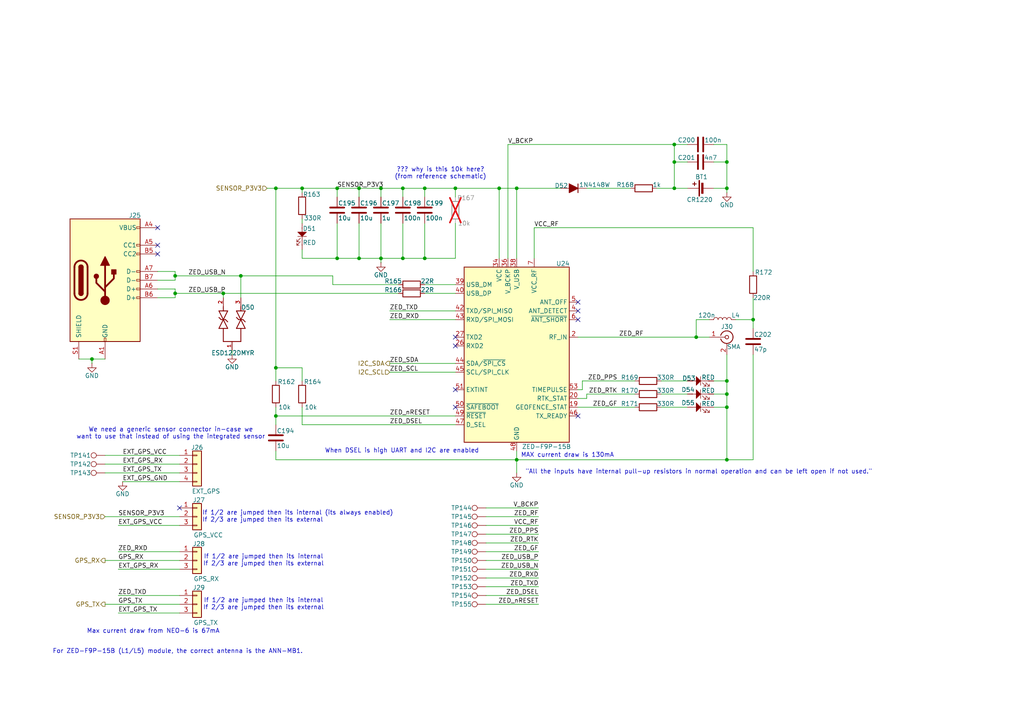
<source format=kicad_sch>
(kicad_sch (version 20250114) (generator "eeschema") (generator_version "9.0")
  (paper "A4")
  (lib_symbols
    (symbol "Connector:Conn_Coaxial" (pin_names (offset 1.016) (hide yes))
      (property "Reference" "J" (at 0.254 3.048 0))
      (property "Value" "Conn_Coaxial" (at 2.921 0 90))
      (symbol "Conn_Coaxial_0_1"
        (polyline (pts (xy -2.54 0) (xy -0.508 0)))
        (arc (start 1.778 0) (mid 0.222 -1.8079) (end -1.778 -0.508) (stroke (width 0.254)))
        (arc (start -1.778 0.508) (mid 0.2221 1.8084) (end 1.778 0) (stroke (width 0.254)))
        (circle (center 0 0) (radius 0.508) (stroke (width 0.2032)))
        (polyline (pts (xy 0 -2.54) (xy 0 -1.778)))
      )
      (symbol "Conn_Coaxial_1_1"
        (pin passive line (at -5.08 0 0) (length 2.54) (name "In") (number "1"))
        (pin passive line (at 0 -5.08 90) (length 2.54) (name "Ext") (number "2"))
      )
    )
    (symbol "Connector:TestPoint" (pin_numbers (hide yes)) (pin_names (offset 0.762) (hide yes))
      (property "Reference" "TP" (at 0 6.858 0))
      (property "Value" "TestPoint" (at 0 5.08 0))
      (symbol "TestPoint_0_1"
        (circle (center 0 3.302) (radius 0.762))
      )
      (symbol "TestPoint_1_1"
        (pin passive line (at 0 0 90) (length 2.54) (name "1") (number "1"))
      )
    )
    (symbol "Connector:USB_C_Receptacle_USB2.0_14P" (pin_names (offset 1.016))
      (property "Reference" "J" (at 0 22.225 0))
      (property "Value" "USB_C_Receptacle_USB2.0_14P" (at 0 19.685 0))
      (symbol "USB_C_Receptacle_USB2.0_14P_0_0"
        (rectangle (start -0.254 -17.78) (end 0.254 -16.764))
        (rectangle (start 10.16 15.494) (end 9.144 14.986))
        (rectangle (start 10.16 10.414) (end 9.144 9.906))
        (rectangle (start 10.16 7.874) (end 9.144 7.366))
        (rectangle (start 10.16 2.794) (end 9.144 2.286))
        (rectangle (start 10.16 0.254) (end 9.144 -0.254))
        (rectangle (start 10.16 -2.286) (end 9.144 -2.794))
        (rectangle (start 10.16 -4.826) (end 9.144 -5.334))
      )
      (symbol "USB_C_Receptacle_USB2.0_14P_0_1"
        (rectangle (start -10.16 17.78) (end 10.16 -17.78) (stroke (width 0.254)) (fill (type background)))
        (polyline (pts (xy -8.89 -3.81) (xy -8.89 3.81)) (stroke (width 0.508)))
        (rectangle (start -7.62 -3.81) (end -6.35 3.81) (stroke (width 0.254)) (fill (type outline)))
        (arc (start -7.62 3.81) (mid -6.985 4.4423) (end -6.35 3.81) (stroke (width 0.254)))
        (arc (start -7.62 3.81) (mid -6.985 4.4423) (end -6.35 3.81) (stroke (width 0.254)) (fill (type outline)))
        (arc (start -8.89 3.81) (mid -6.985 5.7067) (end -5.08 3.81) (stroke (width 0.508)))
        (arc (start -5.08 -3.81) (mid -6.985 -5.7067) (end -8.89 -3.81) (stroke (width 0.508)))
        (arc (start -6.35 -3.81) (mid -6.985 -4.4423) (end -7.62 -3.81) (stroke (width 0.254)))
        (arc (start -6.35 -3.81) (mid -6.985 -4.4423) (end -7.62 -3.81) (stroke (width 0.254)) (fill (type outline)))
        (polyline (pts (xy -5.08 3.81) (xy -5.08 -3.81)) (stroke (width 0.508)))
        (circle (center -2.54 1.143) (radius 0.635) (stroke (width 0.254)) (fill (type outline)))
        (polyline (pts (xy -1.27 4.318) (xy 0 6.858) (xy 1.27 4.318) (xy -1.27 4.318)) (stroke (width 0.254)) (fill (type outline)))
        (polyline (pts (xy 0 -2.032) (xy 2.54 0.508) (xy 2.54 1.778)) (stroke (width 0.508)))
        (polyline (pts (xy 0 -3.302) (xy -2.54 -0.762) (xy -2.54 0.508)) (stroke (width 0.508)))
        (polyline (pts (xy 0 -5.842) (xy 0 4.318)) (stroke (width 0.508)))
        (circle (center 0 -5.842) (radius 1.27) (fill (type outline)))
        (rectangle (start 1.905 1.778) (end 3.175 3.048) (stroke (width 0.254)) (fill (type outline)))
      )
      (symbol "USB_C_Receptacle_USB2.0_14P_1_1"
        (pin passive line (at -7.62 -22.86 90) (length 5.08) (name "SHIELD") (number "S1"))
        (pin passive line (at 0 -22.86 90) (length 5.08) (name "GND") (number "A1"))
        (pin passive line (at 0 -22.86 90) (length 5.08) (hide yes) (name "GND") (number "A12"))
        (pin passive line (at 0 -22.86 90) (length 5.08) (hide yes) (name "GND") (number "B1"))
        (pin passive line (at 0 -22.86 90) (length 5.08) (hide yes) (name "GND") (number "B12"))
        (pin passive line (at 15.24 15.24 180) (length 5.08) (name "VBUS") (number "A4"))
        (pin passive line (at 15.24 15.24 180) (length 5.08) (hide yes) (name "VBUS") (number "A9"))
        (pin passive line (at 15.24 15.24 180) (length 5.08) (hide yes) (name "VBUS") (number "B4"))
        (pin passive line (at 15.24 15.24 180) (length 5.08) (hide yes) (name "VBUS") (number "B9"))
        (pin bidirectional line (at 15.24 10.16 180) (length 5.08) (name "CC1") (number "A5"))
        (pin bidirectional line (at 15.24 7.62 180) (length 5.08) (name "CC2") (number "B5"))
        (pin bidirectional line (at 15.24 2.54 180) (length 5.08) (name "D-") (number "A7"))
        (pin bidirectional line (at 15.24 0 180) (length 5.08) (name "D-") (number "B7"))
        (pin bidirectional line (at 15.24 -2.54 180) (length 5.08) (name "D+") (number "A6"))
        (pin bidirectional line (at 15.24 -5.08 180) (length 5.08) (name "D+") (number "B6"))
      )
    )
    (symbol "Connector_Generic:Conn_01x03" (pin_names (offset 1.016) (hide yes))
      (property "Reference" "J" (at 0 5.08 0))
      (property "Value" "Conn_01x03" (at 0 -5.08 0))
      (symbol "Conn_01x03_1_1"
        (rectangle (start -1.27 3.81) (end 1.27 -3.81) (stroke (width 0.254)) (fill (type background)))
        (rectangle (start -1.27 2.667) (end 0 2.413) (stroke (width 0.1524)))
        (rectangle (start -1.27 0.127) (end 0 -0.127) (stroke (width 0.1524)))
        (rectangle (start -1.27 -2.413) (end 0 -2.667) (stroke (width 0.1524)))
        (pin passive line (at -5.08 2.54 0) (length 3.81) (name "Pin_1") (number "1"))
        (pin passive line (at -5.08 0 0) (length 3.81) (name "Pin_2") (number "2"))
        (pin passive line (at -5.08 -2.54 0) (length 3.81) (name "Pin_3") (number "3"))
      )
    )
    (symbol "Connector_Generic:Conn_01x04" (pin_names (offset 1.016) (hide yes))
      (property "Reference" "J" (at 0 5.08 0))
      (property "Value" "Conn_01x04" (at 0 -7.62 0))
      (symbol "Conn_01x04_1_1"
        (rectangle (start -1.27 3.81) (end 1.27 -6.35) (stroke (width 0.254)) (fill (type background)))
        (rectangle (start -1.27 2.667) (end 0 2.413) (stroke (width 0.1524)))
        (rectangle (start -1.27 0.127) (end 0 -0.127) (stroke (width 0.1524)))
        (rectangle (start -1.27 -2.413) (end 0 -2.667) (stroke (width 0.1524)))
        (rectangle (start -1.27 -4.953) (end 0 -5.207) (stroke (width 0.1524)))
        (pin passive line (at -5.08 2.54 0) (length 3.81) (name "Pin_1") (number "1"))
        (pin passive line (at -5.08 0 0) (length 3.81) (name "Pin_2") (number "2"))
        (pin passive line (at -5.08 -2.54 0) (length 3.81) (name "Pin_3") (number "3"))
        (pin passive line (at -5.08 -5.08 0) (length 3.81) (name "Pin_4") (number "4"))
      )
    )
    (symbol "Device:Battery_Cell" (pin_numbers (hide yes)) (pin_names (offset 0) (hide yes))
      (property "Reference" "BT" (at 2.54 2.54 0))
      (property "Value" "Battery_Cell" (at 2.54 0 0))
      (symbol "Battery_Cell_0_1"
        (rectangle (start -2.286 1.778) (end 2.286 1.524) (fill (type outline)))
        (rectangle (start -1.524 1.016) (end 1.524 0.508) (fill (type outline)))
        (polyline (pts (xy 0 1.778) (xy 0 2.54)))
        (polyline (pts (xy 0 0.762) (xy 0 0)))
        (polyline (pts (xy 0.762 3.048) (xy 1.778 3.048)) (stroke (width 0.254)))
        (polyline (pts (xy 1.27 3.556) (xy 1.27 2.54)) (stroke (width 0.254)))
      )
      (symbol "Battery_Cell_1_1"
        (pin passive line (at 0 5.08 270) (length 2.54) (name "+") (number "1"))
        (pin passive line (at 0 -2.54 90) (length 2.54) (name "-") (number "2"))
      )
    )
    (symbol "Device:C" (pin_numbers (hide yes)) (pin_names (offset 0.254))
      (property "Reference" "C" (at 0.635 2.54 0))
      (property "Value" "C" (at 0.635 -2.54 0))
      (symbol "C_0_1"
        (polyline (pts (xy -2.032 0.762) (xy 2.032 0.762)) (stroke (width 0.508)))
        (polyline (pts (xy -2.032 -0.762) (xy 2.032 -0.762)) (stroke (width 0.508)))
      )
      (symbol "C_1_1"
        (pin passive line (at 0 3.81 270) (length 2.794) (name "~") (number "1"))
        (pin passive line (at 0 -3.81 90) (length 2.794) (name "~") (number "2"))
      )
    )
    (symbol "Device:L" (pin_numbers (hide yes)) (pin_names (offset 1.016) (hide yes))
      (property "Reference" "L" (at -1.27 0 90))
      (property "Value" "L" (at 1.905 0 90))
      (symbol "L_0_1"
        (arc (start 0 2.54) (mid 0.6323 1.905) (end 0 1.27))
        (arc (start 0 1.27) (mid 0.6323 0.635) (end 0 0))
        (arc (start 0 0) (mid 0.6323 -0.635) (end 0 -1.27))
        (arc (start 0 -1.27) (mid 0.6323 -1.905) (end 0 -2.54))
      )
      (symbol "L_1_1"
        (pin passive line (at 0 3.81 270) (length 1.27) (name "1") (number "1"))
        (pin passive line (at 0 -3.81 90) (length 1.27) (name "2") (number "2"))
      )
    )
    (symbol "Device:R" (pin_numbers (hide yes)) (pin_names (offset 0))
      (property "Reference" "R" (at 2.032 0 90))
      (property "Value" "R" (at 0 0 90))
      (symbol "R_0_1"
        (rectangle (start -1.016 -2.54) (end 1.016 2.54) (stroke (width 0.254)))
      )
      (symbol "R_1_1"
        (pin passive line (at 0 3.81 270) (length 1.27) (name "~") (number "1"))
        (pin passive line (at 0 -3.81 90) (length 1.27) (name "~") (number "2"))
      )
    )
    (symbol "ESD122:ESD122DMYR" (pin_names (offset 1.016))
      (property "Reference" "D" (at -7.62 5.08 0))
      (property "Value" "ESD122DMYR" (at -7.62 -7.62 0))
      (symbol "ESD122DMYR_0_0"
        (polyline (pts (xy -5.08 2.54) (xy -3.81 2.54)) (stroke (width 0.254)))
        (polyline (pts (xy -5.08 -2.54) (xy -3.81 -2.54)) (stroke (width 0.254)))
        (polyline (pts (xy -3.81 3.81) (xy -3.81 2.54)) (stroke (width 0.254)))
        (polyline (pts (xy -3.81 2.54) (xy -3.81 1.27)) (stroke (width 0.254)))
        (polyline (pts (xy -3.81 1.27) (xy -1.27 2.54)) (stroke (width 0.254)))
        (polyline (pts (xy -3.81 -1.27) (xy -3.81 -2.54)) (stroke (width 0.254)))
        (polyline (pts (xy -3.81 -2.54) (xy -3.81 -3.81)) (stroke (width 0.254)))
        (polyline (pts (xy -3.81 -3.81) (xy -1.27 -2.54)) (stroke (width 0.254)))
        (polyline (pts (xy -1.27 3.175) (xy -1.905 3.81)) (stroke (width 0.254)))
        (polyline (pts (xy -1.27 2.54) (xy -3.81 3.81)) (stroke (width 0.254)))
        (polyline (pts (xy -1.27 2.54) (xy -1.27 3.175)) (stroke (width 0.254)))
        (polyline (pts (xy -1.27 2.54) (xy 1.27 1.27)) (stroke (width 0.254)))
        (polyline (pts (xy -1.27 1.905) (xy -1.27 2.54)) (stroke (width 0.254)))
        (polyline (pts (xy -1.27 -1.905) (xy -1.905 -1.27)) (stroke (width 0.254)))
        (polyline (pts (xy -1.27 -2.54) (xy -3.81 -1.27)) (stroke (width 0.254)))
        (polyline (pts (xy -1.27 -2.54) (xy -1.27 -1.905)) (stroke (width 0.254)))
        (polyline (pts (xy -1.27 -2.54) (xy 1.27 -3.81)) (stroke (width 0.254)))
        (polyline (pts (xy -1.27 -3.175) (xy -1.27 -2.54)) (stroke (width 0.254)))
        (polyline (pts (xy -0.635 1.27) (xy -1.27 1.905)) (stroke (width 0.254)))
        (polyline (pts (xy -0.635 -3.81) (xy -1.27 -3.175)) (stroke (width 0.254)))
        (polyline (pts (xy 1.27 3.81) (xy -1.27 2.54)) (stroke (width 0.254)))
        (polyline (pts (xy 1.27 2.54) (xy 1.27 3.81)) (stroke (width 0.254)))
        (polyline (pts (xy 1.27 2.54) (xy 5.08 2.54)) (stroke (width 0.254)))
        (polyline (pts (xy 1.27 1.27) (xy 1.27 2.54)) (stroke (width 0.254)))
        (polyline (pts (xy 1.27 -1.27) (xy -1.27 -2.54)) (stroke (width 0.254)))
        (polyline (pts (xy 1.27 -2.54) (xy 1.27 -1.27)) (stroke (width 0.254)))
        (polyline (pts (xy 1.27 -3.81) (xy 1.27 -2.54)) (stroke (width 0.254)))
        (polyline (pts (xy 5.08 -2.54) (xy 1.27 -2.54)) (stroke (width 0.254)))
        (rectangle (start 5.08 -2.54) (end 5.08 2.54) (stroke (width 0.254)) (fill (type background)))
        (pin passive line (at -7.62 2.54 0) (length 2.54) (name "~") (number "2"))
        (pin passive line (at -7.62 -2.54 0) (length 2.54) (name "~") (number "3"))
        (pin power_in line (at 7.62 0 180) (length 2.54) (name "~") (number "1"))
      )
    )
    (symbol "PCM_Diode_AKL:1N4148W" (pin_numbers (hide yes)) (pin_names (offset 1.016) (hide yes))
      (property "Reference" "D" (at 0 5.08 0))
      (property "Value" "1N4148W" (at 0 2.54 0))
      (symbol "1N4148W_0_1"
        (polyline (pts (xy -1.27 1.27) (xy -1.27 -1.27) (xy 1.27 0) (xy -1.27 1.27)) (stroke (width 0.254)) (fill (type outline)))
        (polyline (pts (xy -1.27 0) (xy 1.27 0)))
        (polyline (pts (xy 1.27 1.27) (xy 1.27 -1.27)) (stroke (width 0.254)))
      )
      (symbol "1N4148W_0_2"
        (polyline (pts (xy -2.54 -2.54) (xy 2.54 2.54)))
        (polyline (pts (xy -0.889 -0.889) (xy -1.778 0) (xy 0.889 0.889) (xy 0 -1.778) (xy -0.889 -0.889)) (stroke (width 0.254)) (fill (type outline)))
        (polyline (pts (xy 0 1.778) (xy 1.778 0)) (stroke (width 0.254)))
      )
      (symbol "1N4148W_1_1"
        (pin passive line (at -3.81 0 0) (length 2.54) (name "A") (number "2"))
        (pin passive line (at 3.81 0 180) (length 2.54) (name "K") (number "1"))
      )
      (symbol "1N4148W_1_2"
        (pin passive line (at -2.54 -2.54 0) (length 0) (name "A") (number "2"))
        (pin passive line (at 2.54 2.54 180) (length 0) (name "K") (number "1"))
      )
    )
    (symbol "PCM_SL_Devices:LED"
      (property "Reference" "D" (at -0.508 5.334 0))
      (property "Value" "LED" (at -0.508 2.794 0))
      (symbol "LED_0_1"
        (polyline (pts (xy -1.27 0) (xy -2.54 0)))
        (polyline (pts (xy 0 1.27) (xy 0 -1.27)))
        (polyline (pts (xy 0 0) (xy -1.27 -1.27) (xy -1.27 1.27) (xy 0 0) (xy 1.27 0)) (fill (type outline)))
        (polyline (pts (xy 0.508 0.508) (xy 1.524 1.524)))
        (polyline (pts (xy 1.27 0) (xy 2.54 0)))
        (polyline (pts (xy 1.524 1.524) (xy 0.889 1.524)))
        (polyline (pts (xy 1.524 1.524) (xy 1.524 0.889)))
        (polyline (pts (xy 1.524 0.508) (xy 2.54 1.524)))
        (polyline (pts (xy 2.54 1.524) (xy 1.905 1.524)))
        (polyline (pts (xy 2.54 1.524) (xy 2.54 0.889)))
      )
      (symbol "LED_1_1"
        (pin passive line (at -3.81 0 0) (length 1.5) (name "") (number "2"))
        (pin passive line (at 3.81 0 180) (length 1.5) (name "~") (number "1"))
      )
    )
    (symbol "RF_GPS:ZED-F9P"
      (property "Reference" "U" (at -13.97 26.67 0))
      (property "Value" "ZED-F9P" (at 11.43 26.67 0))
      (symbol "ZED-F9P_0_1"
        (rectangle (start -15.24 25.4) (end 15.24 -25.4) (stroke (width 0.254)) (fill (type background)))
      )
      (symbol "ZED-F9P_1_1"
        (pin bidirectional line (at -17.78 20.32 0) (length 2.54) (name "USB_DM") (number "39"))
        (pin bidirectional line (at -17.78 17.78 0) (length 2.54) (name "USB_DP") (number "40"))
        (pin output line (at -17.78 12.7 0) (length 2.54) (name "TXD/SPI_MISO") (number "42"))
        (pin input line (at -17.78 10.16 0) (length 2.54) (name "RXD/SPI_MOSI") (number "43"))
        (pin output line (at -17.78 5.08 0) (length 2.54) (name "TXD2") (number "27"))
        (pin input line (at -17.78 2.54 0) (length 2.54) (name "RXD2") (number "26"))
        (pin bidirectional line (at -17.78 -2.54 0) (length 2.54) (name "SDA/~{SPI_CS}") (number "44"))
        (pin bidirectional line (at -17.78 -5.08 0) (length 2.54) (name "SCL/SPI_CLK") (number "45"))
        (pin input line (at -17.78 -10.16 0) (length 2.54) (name "EXTINT") (number "51"))
        (pin input line (at -17.78 -15.24 0) (length 2.54) (name "~{SAFEBOOT}") (number "50"))
        (pin input line (at -17.78 -17.78 0) (length 2.54) (name "~{RESET}") (number "49"))
        (pin input line (at -17.78 -20.32 0) (length 2.54) (name "D_SEL") (number "47"))
        (pin no_connect line (at -15.24 22.86 0) (length 2.54) (hide yes) (name "Reserved") (number "8"))
        (pin no_connect line (at -15.24 15.24 0) (length 2.54) (hide yes) (name "Reserved") (number "9"))
        (pin no_connect line (at -15.24 7.62 0) (length 2.54) (hide yes) (name "Reserved") (number "10"))
        (pin no_connect line (at -15.24 0 0) (length 2.54) (hide yes) (name "Reserved") (number "11"))
        (pin no_connect line (at -15.24 -7.62 0) (length 2.54) (hide yes) (name "Reserved") (number "13"))
        (pin no_connect line (at -15.24 -12.7 0) (length 2.54) (hide yes) (name "Reserved") (number "15"))
        (pin no_connect line (at -7.62 -25.4 90) (length 2.54) (hide yes) (name "Reserved") (number "16"))
        (pin passive line (at -5.08 27.94 270) (length 2.54) (hide yes) (name "VCC") (number "33"))
        (pin power_in line (at -5.08 27.94 270) (length 2.54) (name "VCC") (number "34"))
        (pin no_connect line (at -5.08 -25.4 90) (length 2.54) (hide yes) (name "Reserved") (number "17"))
        (pin power_in line (at -2.54 27.94 270) (length 2.54) (name "V_BCKP") (number "36"))
        (pin no_connect line (at -2.54 -25.4 90) (length 2.54) (hide yes) (name "Reserved") (number "18"))
        (pin power_in line (at 0 27.94 270) (length 2.54) (name "V_USB") (number "38"))
        (pin passive line (at 0 -27.94 90) (length 2.54) (hide yes) (name "GND") (number "1"))
        (pin passive line (at 0 -27.94 90) (length 2.54) (hide yes) (name "GND") (number "12"))
        (pin passive line (at 0 -27.94 90) (length 2.54) (hide yes) (name "GND") (number "14"))
        (pin passive line (at 0 -27.94 90) (length 2.54) (hide yes) (name "GND") (number "3"))
        (pin passive line (at 0 -27.94 90) (length 2.54) (hide yes) (name "GND") (number "32"))
        (pin passive line (at 0 -27.94 90) (length 2.54) (hide yes) (name "GND") (number "37"))
        (pin passive line (at 0 -27.94 90) (length 2.54) (hide yes) (name "GND") (number "41"))
        (pin power_in line (at 0 -27.94 90) (length 2.54) (name "GND") (number "48"))
        (pin passive line (at 0 -27.94 90) (length 2.54) (hide yes) (name "GND") (number "55"))
        (pin no_connect line (at 2.54 -25.4 90) (length 2.54) (hide yes) (name "Reserved") (number "21"))
        (pin power_out line (at 5.08 27.94 270) (length 2.54) (name "VCC_RF") (number "7"))
        (pin no_connect line (at 5.08 -25.4 90) (length 2.54) (hide yes) (name "Reserved") (number "22"))
        (pin no_connect line (at 7.62 -25.4 90) (length 2.54) (hide yes) (name "Reserved") (number "23"))
        (pin no_connect line (at 15.24 22.86 180) (length 2.54) (hide yes) (name "Reserved") (number "54"))
        (pin no_connect line (at 15.24 20.32 180) (length 2.54) (hide yes) (name "Reserved") (number "52"))
        (pin no_connect line (at 15.24 17.78 180) (length 2.54) (hide yes) (name "Reserved") (number "35"))
        (pin no_connect line (at 15.24 7.62 180) (length 2.54) (hide yes) (name "Reserved") (number "31"))
        (pin no_connect line (at 15.24 2.54 180) (length 2.54) (hide yes) (name "Reserved") (number "30"))
        (pin no_connect line (at 15.24 0 180) (length 2.54) (hide yes) (name "Reserved") (number "29"))
        (pin no_connect line (at 15.24 -2.54 180) (length 2.54) (hide yes) (name "Reserved") (number "28"))
        (pin no_connect line (at 15.24 -5.08 180) (length 2.54) (hide yes) (name "Reserved") (number "25"))
        (pin no_connect line (at 15.24 -7.62 180) (length 2.54) (hide yes) (name "Reserved") (number "24"))
        (pin output line (at 17.78 15.24 180) (length 2.54) (name "ANT_OFF") (number "5"))
        (pin input line (at 17.78 12.7 180) (length 2.54) (name "ANT_DETECT") (number "4"))
        (pin input line (at 17.78 10.16 180) (length 2.54) (name "~{ANT_SHORT}") (number "6"))
        (pin input line (at 17.78 5.08 180) (length 2.54) (name "RF_IN") (number "2"))
        (pin output line (at 17.78 -10.16 180) (length 2.54) (name "TIMEPULSE") (number "53"))
        (pin output line (at 17.78 -12.7 180) (length 2.54) (name "RTK_STAT") (number "20"))
        (pin output line (at 17.78 -15.24 180) (length 2.54) (name "GEOFENCE_STAT") (number "19"))
        (pin output line (at 17.78 -17.78 180) (length 2.54) (name "TX_READY") (number "46"))
      )
    )
    (symbol "power:GND" (power) (pin_numbers (hide yes)) (pin_names (offset 0) (hide yes))
      (property "Value" "GND" (at 0 -3.81 0))
      (symbol "GND_0_1"
        (polyline (pts (xy 0 0) (xy 0 -1.27) (xy 1.27 -1.27) (xy 0 -2.54) (xy -1.27 -1.27) (xy 0 -1.27)))
      )
      (symbol "GND_1_1"
        (pin power_in line (at 0 0 270) (length 0) (name "~") (number "1"))
      )
    )
  )
  (text "??? why is this 10k here?\n(from reference schematic)" (at 127.762 50.292 0) (effects (font (size 1.27 1.27))))
  (text "We need a generic sensor connector in-case we\nwant to use that instead of using the integrated sensor" (at 49.53 125.73 0) (effects (font (size 1.27 1.27))))
  (text "If 1/2 are jumped then its internal\nIf 2/3 are jumped then its external" (at 76.454 175.26 0) (effects (font (size 1.27 1.27))))
  (text "\"All the inputs have internal pull-up resistors in normal operation and can be left open if not used.\"" (at 202.692 136.906 0) (effects (font (size 1.27 1.27))))
  (text "For ZED-F9P-15B (L1/L5) module, the correct antenna is the ANN-MB1." (at 51.562 188.976 0) (effects (font (size 1.27 1.27))))
  (text "If 1/2 are jumped then its internal\nIf 2/3 are jumped then its external" (at 76.454 162.56 0) (effects (font (size 1.27 1.27))))
  (text "If 1/2 are jumped then its internal (its always enabled)\nIf 2/3 are jumped then its external" (at 58.674 149.86 0) (effects (font (size 1.27 1.27)) (justify left)))
  (text "When DSEL is high UART and I2C are enabled" (at 116.586 130.81 0) (effects (font (size 1.27 1.27))))
  (text "MAX current draw is 130mA" (at 164.592 132.08 0) (effects (font (size 1.27 1.27))))
  (text "Max current draw from NEO-6 is 67mA" (at 44.45 183.134 0) (effects (font (size 1.27 1.27))))
  (junction (at 149.86 54.61))
  (junction (at 123.19 54.61))
  (junction (at 195.58 46.99))
  (junction (at 64.77 85.09))
  (junction (at 123.19 74.93))
  (junction (at 80.01 120.65))
  (junction (at 195.58 54.61))
  (junction (at 50.8 80.01))
  (junction (at 210.82 133.35))
  (junction (at 87.63 54.61))
  (junction (at 210.82 114.3))
  (junction (at 104.14 74.93))
  (junction (at 149.86 133.35))
  (junction (at 69.85 80.01))
  (junction (at 210.82 118.11))
  (junction (at 201.93 97.79))
  (junction (at 144.78 54.61))
  (junction (at 104.14 54.61))
  (junction (at 80.01 54.61))
  (junction (at 97.79 74.93))
  (junction (at 210.82 46.99))
  (junction (at 116.84 74.93))
  (junction (at 97.79 54.61))
  (junction (at 195.58 41.91))
  (junction (at 110.49 74.93))
  (junction (at 210.82 110.49))
  (junction (at 218.44 92.71))
  (junction (at 132.08 54.61))
  (junction (at 116.84 54.61))
  (junction (at 110.49 54.61))
  (junction (at 50.8 85.09))
  (junction (at 80.01 106.68))
  (junction (at 210.82 54.61))
  (junction (at 26.67 104.14))
  (no_connect (at 52.07 147.32))
  (no_connect (at 167.64 120.65))
  (no_connect (at 45.72 71.12))
  (no_connect (at 167.64 92.71))
  (no_connect (at 45.72 73.66))
  (no_connect (at 167.64 87.63))
  (no_connect (at 132.08 97.79))
  (no_connect (at 45.72 66.04))
  (no_connect (at 132.08 100.33))
  (no_connect (at 167.64 90.17))
  (no_connect (at 132.08 113.03))
  (no_connect (at 132.08 118.11))
  (wire (pts (xy 87.63 54.61) (xy 97.79 54.61)))
  (wire (pts (xy 110.49 74.93) (xy 110.49 76.2)))
  (wire (pts (xy 140.97 157.48) (xy 156.21 157.48)))
  (wire (pts (xy 97.79 54.61) (xy 97.79 57.15)))
  (wire (pts (xy 168.91 110.49) (xy 184.15 110.49)))
  (wire (pts (xy 45.72 86.36) (xy 50.8 86.36)))
  (wire (pts (xy 195.58 54.61) (xy 199.39 54.61)))
  (wire (pts (xy 140.97 162.56) (xy 156.21 162.56)))
  (wire (pts (xy 132.08 54.61) (xy 144.78 54.61)))
  (wire (pts (xy 218.44 102.87) (xy 218.44 133.35)))
  (wire (pts (xy 64.77 85.09) (xy 64.77 86.36)))
  (wire (pts (xy 207.01 118.11) (xy 210.82 118.11)))
  (wire (pts (xy 80.01 120.65) (xy 132.08 120.65)))
  (wire (pts (xy 140.97 175.26) (xy 156.21 175.26)))
  (wire (pts (xy 34.29 165.1) (xy 52.07 165.1)))
  (wire (pts (xy 123.19 54.61) (xy 132.08 54.61)))
  (wire (pts (xy 201.93 97.79) (xy 205.74 97.79)))
  (wire (pts (xy 96.52 80.01) (xy 96.52 82.55)))
  (wire (pts (xy 218.44 86.36) (xy 218.44 92.71)))
  (wire (pts (xy 67.31 101.6) (xy 67.31 102.87)))
  (wire (pts (xy 168.91 110.49) (xy 168.91 113.03)))
  (wire (pts (xy 210.82 54.61) (xy 210.82 55.88)))
  (wire (pts (xy 87.63 72.39) (xy 87.63 74.93)))
  (wire (pts (xy 35.56 139.7) (xy 52.07 139.7)))
  (wire (pts (xy 132.08 107.95) (xy 113.03 107.95)))
  (wire (pts (xy 167.64 118.11) (xy 184.15 118.11)))
  (wire (pts (xy 115.57 82.55) (xy 96.52 82.55)))
  (wire (pts (xy 123.19 64.77) (xy 123.19 74.93)))
  (wire (pts (xy 218.44 66.04) (xy 218.44 78.74)))
  (wire (pts (xy 132.08 54.61) (xy 132.08 57.15)))
  (wire (pts (xy 80.01 106.68) (xy 87.63 106.68)))
  (wire (pts (xy 191.77 114.3) (xy 199.39 114.3)))
  (wire (pts (xy 123.19 54.61) (xy 123.19 57.15)))
  (wire (pts (xy 149.86 133.35) (xy 210.82 133.35)))
  (wire (pts (xy 50.8 85.09) (xy 64.77 85.09)))
  (wire (pts (xy 80.01 130.81) (xy 80.01 133.35)))
  (wire (pts (xy 132.08 105.41) (xy 113.03 105.41)))
  (wire (pts (xy 140.97 172.72) (xy 156.21 172.72)))
  (wire (pts (xy 213.36 92.71) (xy 218.44 92.71)))
  (wire (pts (xy 110.49 74.93) (xy 116.84 74.93)))
  (wire (pts (xy 207.01 110.49) (xy 210.82 110.49)))
  (wire (pts (xy 80.01 54.61) (xy 87.63 54.61)))
  (wire (pts (xy 210.82 102.87) (xy 210.82 110.49)))
  (wire (pts (xy 30.48 134.62) (xy 52.07 134.62)))
  (wire (pts (xy 69.85 80.01) (xy 69.85 86.36)))
  (wire (pts (xy 97.79 64.77) (xy 97.79 74.93)))
  (wire (pts (xy 144.78 54.61) (xy 149.86 54.61)))
  (wire (pts (xy 97.79 54.61) (xy 104.14 54.61)))
  (wire (pts (xy 170.18 115.57) (xy 167.64 115.57)))
  (wire (pts (xy 149.86 54.61) (xy 162.56 54.61)))
  (wire (pts (xy 45.72 78.74) (xy 50.8 78.74)))
  (wire (pts (xy 207.01 114.3) (xy 210.82 114.3)))
  (wire (pts (xy 195.58 46.99) (xy 199.39 46.99)))
  (wire (pts (xy 195.58 46.99) (xy 195.58 54.61)))
  (wire (pts (xy 123.19 74.93) (xy 132.08 74.93)))
  (wire (pts (xy 34.29 152.4) (xy 52.07 152.4)))
  (wire (pts (xy 123.19 82.55) (xy 132.08 82.55)))
  (wire (pts (xy 104.14 54.61) (xy 104.14 57.15)))
  (wire (pts (xy 149.86 133.35) (xy 149.86 137.16)))
  (wire (pts (xy 50.8 83.82) (xy 50.8 85.09)))
  (wire (pts (xy 50.8 80.01) (xy 69.85 80.01)))
  (wire (pts (xy 30.48 175.26) (xy 52.07 175.26)))
  (wire (pts (xy 69.85 80.01) (xy 96.52 80.01)))
  (wire (pts (xy 140.97 165.1) (xy 156.21 165.1)))
  (wire (pts (xy 80.01 106.68) (xy 80.01 110.49)))
  (wire (pts (xy 104.14 54.61) (xy 110.49 54.61)))
  (wire (pts (xy 191.77 110.49) (xy 199.39 110.49)))
  (wire (pts (xy 104.14 64.77) (xy 104.14 74.93)))
  (wire (pts (xy 140.97 149.86) (xy 156.21 149.86)))
  (wire (pts (xy 34.29 160.02) (xy 52.07 160.02)))
  (wire (pts (xy 80.01 118.11) (xy 80.01 120.65)))
  (wire (pts (xy 87.63 106.68) (xy 87.63 110.49)))
  (wire (pts (xy 190.5 54.61) (xy 195.58 54.61)))
  (wire (pts (xy 154.94 66.04) (xy 218.44 66.04)))
  (wire (pts (xy 140.97 167.64) (xy 156.21 167.64)))
  (wire (pts (xy 50.8 80.01) (xy 50.8 81.28)))
  (wire (pts (xy 50.8 85.09) (xy 50.8 86.36)))
  (wire (pts (xy 207.01 46.99) (xy 210.82 46.99)))
  (wire (pts (xy 132.08 90.17) (xy 113.03 90.17)))
  (wire (pts (xy 30.48 149.86) (xy 52.07 149.86)))
  (wire (pts (xy 210.82 133.35) (xy 218.44 133.35)))
  (wire (pts (xy 201.93 92.71) (xy 205.74 92.71)))
  (wire (pts (xy 80.01 54.61) (xy 80.01 106.68)))
  (wire (pts (xy 149.86 54.61) (xy 149.86 74.93)))
  (wire (pts (xy 26.67 104.14) (xy 26.67 105.41)))
  (wire (pts (xy 45.72 81.28) (xy 50.8 81.28)))
  (wire (pts (xy 64.77 85.09) (xy 115.57 85.09)))
  (wire (pts (xy 80.01 120.65) (xy 80.01 123.19)))
  (wire (pts (xy 207.01 41.91) (xy 210.82 41.91)))
  (wire (pts (xy 147.32 41.91) (xy 147.32 74.93)))
  (wire (pts (xy 30.48 162.56) (xy 52.07 162.56)))
  (wire (pts (xy 140.97 160.02) (xy 156.21 160.02)))
  (wire (pts (xy 116.84 54.61) (xy 116.84 57.15)))
  (wire (pts (xy 168.91 113.03) (xy 167.64 113.03)))
  (wire (pts (xy 110.49 54.61) (xy 116.84 54.61)))
  (wire (pts (xy 50.8 78.74) (xy 50.8 80.01)))
  (wire (pts (xy 144.78 54.61) (xy 144.78 74.93)))
  (wire (pts (xy 210.82 46.99) (xy 210.82 54.61)))
  (wire (pts (xy 22.86 104.14) (xy 26.67 104.14)))
  (wire (pts (xy 140.97 154.94) (xy 156.21 154.94)))
  (wire (pts (xy 170.18 114.3) (xy 170.18 115.57)))
  (wire (pts (xy 132.08 64.77) (xy 132.08 74.93)))
  (wire (pts (xy 154.94 66.04) (xy 154.94 74.93)))
  (wire (pts (xy 87.63 74.93) (xy 97.79 74.93)))
  (wire (pts (xy 207.01 54.61) (xy 210.82 54.61)))
  (wire (pts (xy 132.08 92.71) (xy 113.03 92.71)))
  (wire (pts (xy 170.18 54.61) (xy 182.88 54.61)))
  (wire (pts (xy 110.49 64.77) (xy 110.49 74.93)))
  (wire (pts (xy 195.58 41.91) (xy 195.58 46.99)))
  (wire (pts (xy 87.63 63.5) (xy 87.63 64.77)))
  (wire (pts (xy 210.82 41.91) (xy 210.82 46.99)))
  (wire (pts (xy 110.49 54.61) (xy 110.49 57.15)))
  (wire (pts (xy 34.29 177.8) (xy 52.07 177.8)))
  (wire (pts (xy 80.01 133.35) (xy 149.86 133.35)))
  (wire (pts (xy 140.97 147.32) (xy 156.21 147.32)))
  (wire (pts (xy 77.47 54.61) (xy 80.01 54.61)))
  (wire (pts (xy 26.67 104.14) (xy 30.48 104.14)))
  (wire (pts (xy 123.19 85.09) (xy 132.08 85.09)))
  (wire (pts (xy 218.44 92.71) (xy 218.44 95.25)))
  (wire (pts (xy 170.18 114.3) (xy 184.15 114.3)))
  (wire (pts (xy 116.84 74.93) (xy 123.19 74.93)))
  (wire (pts (xy 210.82 110.49) (xy 210.82 114.3)))
  (wire (pts (xy 45.72 83.82) (xy 50.8 83.82)))
  (wire (pts (xy 30.48 132.08) (xy 52.07 132.08)))
  (wire (pts (xy 116.84 64.77) (xy 116.84 74.93)))
  (wire (pts (xy 34.29 172.72) (xy 52.07 172.72)))
  (wire (pts (xy 195.58 41.91) (xy 199.39 41.91)))
  (wire (pts (xy 97.79 74.93) (xy 104.14 74.93)))
  (wire (pts (xy 201.93 92.71) (xy 201.93 97.79)))
  (wire (pts (xy 87.63 54.61) (xy 87.63 55.88)))
  (wire (pts (xy 87.63 123.19) (xy 132.08 123.19)))
  (wire (pts (xy 210.82 118.11) (xy 210.82 133.35)))
  (wire (pts (xy 140.97 152.4) (xy 156.21 152.4)))
  (wire (pts (xy 87.63 118.11) (xy 87.63 123.19)))
  (wire (pts (xy 149.86 130.81) (xy 149.86 133.35)))
  (wire (pts (xy 167.64 97.79) (xy 201.93 97.79)))
  (wire (pts (xy 191.77 118.11) (xy 199.39 118.11)))
  (wire (pts (xy 30.48 137.16) (xy 52.07 137.16)))
  (wire (pts (xy 116.84 54.61) (xy 123.19 54.61)))
  (wire (pts (xy 147.32 41.91) (xy 195.58 41.91)))
  (wire (pts (xy 104.14 74.93) (xy 110.49 74.93)))
  (wire (pts (xy 210.82 114.3) (xy 210.82 118.11)))
  (wire (pts (xy 140.97 170.18) (xy 156.21 170.18)))
  (label "ZED_TXD" (at 156.21 170.18 180))
  (label "SENSOR_P3V3" (at 34.29 149.86 0))
  (label "ZED_PPS" (at 179.07 110.49 180))
  (label "ZED_TXD" (at 34.29 172.72 0))
  (label "ZED_RTK" (at 156.21 157.48 180))
  (label "GPS_TX" (at 34.29 175.26 0))
  (label "EXT_GPS_RX" (at 34.29 165.1 0))
  (label "ZED_USB_N" (at 54.61 80.01 0))
  (label "V_BCKP" (at 147.32 41.91 0))
  (label "VCC_RF" (at 156.21 152.4 180))
  (label "ZED_RTK" (at 179.07 114.3 180))
  (label "ZED_PPS" (at 156.21 154.94 180))
  (label "ZED_DSEL" (at 156.21 172.72 180))
  (label "EXT_GPS_VCC" (at 35.56 132.08 0))
  (label "EXT_GPS_TX" (at 34.29 177.8 0))
  (label "EXT_GPS_GND" (at 35.56 139.7 0))
  (label "ZED_nRESET" (at 156.21 175.26 180))
  (label "ZED_RXD" (at 34.29 160.02 0))
  (label "EXT_GPS_RX" (at 35.56 134.62 0))
  (label "ZED_GF" (at 179.07 118.11 180))
  (label "ZED_RXD" (at 113.03 92.71 0))
  (label "SENSOR_P3V3" (at 97.79 54.61 0))
  (label "ZED_TXD" (at 113.03 90.17 0))
  (label "ZED_SDA" (at 113.03 105.41 0))
  (label "ZED_RF" (at 186.69 97.79 180))
  (label "ZED_nRESET" (at 113.03 120.65 0))
  (label "EXT_GPS_TX" (at 35.56 137.16 0))
  (label "ZED_DSEL" (at 113.03 123.19 0))
  (label "V_BCKP" (at 156.21 147.32 180))
  (label "ZED_GF" (at 156.21 160.02 180))
  (label "ZED_USB_P" (at 54.61 85.09 0))
  (label "ZED_SCL" (at 113.03 107.95 0))
  (label "ZED_RF" (at 156.21 149.86 180))
  (label "GPS_RX" (at 34.29 162.56 0))
  (label "ZED_USB_N" (at 156.21 165.1 180))
  (label "ZED_RXD" (at 156.21 167.64 180))
  (label "ZED_USB_P" (at 156.21 162.56 180))
  (label "EXT_GPS_VCC" (at 34.29 152.4 0))
  (label "VCC_RF" (at 154.94 66.04 0))
  (hierarchical_label "I2C_SDA" (shape output) (at 113.03 105.41 180))
  (hierarchical_label "GPS_TX" (shape output) (at 30.48 175.26 180))
  (hierarchical_label "GPS_RX" (shape output) (at 30.48 162.56 180))
  (hierarchical_label "SENSOR_P3V3" (shape input) (at 77.47 54.61 180))
  (hierarchical_label "SENSOR_P3V3" (shape input) (at 30.48 149.86 180))
  (hierarchical_label "I2C_SCL" (shape input) (at 113.03 107.95 180))
  (symbol (lib_id "PCM_Diode_AKL:1N4148W") (at 166.37 54.61 0) (unit 1)
    (property "Reference" "D52" (at 162.814 53.848 0))
    (property "Value" "1N4148W" (at 172.466 53.594 0))
    (property "Footprint" "PCM_Diode_SMD_AKL:D_SOD-123" (effects (hide yes)))
    (property "Datasheet" "https://datasheet.octopart.com/1N4148W-HE3-18-Vishay-datasheet-17291302.pdf" (effects (hide yes)))
    (property "Description" "SOD-123 Diode, Small Signal, Fast Switching, 75V, 150mA, 4ns, Alternate KiCad Library" (effects (hide yes)))
  )
  (symbol (lib_id "Connector:TestPoint") (at 140.97 147.32 90) (unit 1)
    (property "Reference" "TP144" (at 136.906 147.32 90) (effects (justify left)))
    (property "Value" "TestPoint" (effects (hide yes)))
    (property "Description" "test point" (effects (hide yes)))
  )
  (symbol (lib_id "Device:C") (at 104.14 60.96 0) (unit 1)
    (property "Reference" "C196" (at 104.394 58.928 0) (effects (justify left)))
    (property "Value" "10u" (at 104.394 63.246 0) (effects (justify left)))
    (property "Description" "Unpolarized capacitor" (effects (hide yes)))
  )
  (symbol (lib_id "Connector:TestPoint") (at 140.97 157.48 90) (unit 1)
    (property "Reference" "TP148" (at 136.906 157.48 90) (effects (justify left)))
    (property "Value" "TestPoint" (effects (hide yes)))
    (property "Description" "test point" (effects (hide yes)))
  )
  (symbol (lib_id "Device:Battery_Cell") (at 204.47 54.61 90) (unit 1)
    (property "Reference" "BT1" (at 203.454 51.308 90))
    (property "Value" "CR1220" (at 202.946 57.912 90))
    (property "Description" "Single-cell battery" (effects (hide yes)))
  )
  (symbol (lib_id "Connector:TestPoint") (at 140.97 152.4 90) (unit 1)
    (property "Reference" "TP146" (at 136.906 152.4 90) (effects (justify left)))
    (property "Value" "TestPoint" (effects (hide yes)))
    (property "Description" "test point" (effects (hide yes)))
  )
  (symbol (lib_id "Connector:TestPoint") (at 30.48 134.62 90) (unit 1)
    (property "Reference" "TP142" (at 26.416 134.62 90) (effects (justify left)))
    (property "Value" "TestPoint" (effects (hide yes)))
    (property "Description" "test point" (effects (hide yes)))
  )
  (symbol (lib_id "RF_GPS:ZED-F9P") (at 149.86 102.87 0) (unit 1)
    (property "Reference" "U24" (at 161.29 76.454 0) (effects (justify left)))
    (property "Value" "ZED-F9P-15B" (at 151.384 129.54 0) (effects (justify left)))
    (property "Footprint" "RF_GPS:ublox_ZED" (effects (hide yes)))
    (property "Datasheet" "https://content.u-blox.com/sites/default/files/ZED-F9P-04B_DataSheet_UBX-21044850.pdf" (effects (hide yes)))
    (property "Description" "GNSS Module ZED F9, VCC 2.7V to 3.6V, LGA-54" (effects (hide yes)))
  )
  (symbol (lib_id "Device:R") (at 187.96 114.3 90) (unit 1)
    (property "Reference" "R170" (at 182.626 113.284 90))
    (property "Value" "330R" (at 193.04 113.284 90))
    (property "Description" "Resistor" (effects (hide yes)))
  )
  (symbol (lib_id "ESD122:ESD122DMYR") (at 67.31 93.98 90) (mirror x) (unit 1)
    (property "Reference" "D50" (at 71.882 89.154 90))
    (property "Value" "ESD122DMYR" (at 67.564 102.362 90))
    (property "Footprint" "ESD122DMYR:DIO_ESD122DMYR" (effects (hide yes)))
    (property "MF" "Texas Instruments" (effects (hide yes)))
    (property "SNAPEDA_PACKAGE_ID" "103746" (effects (hide yes)))
    (property "Package" "X2SON-3 Texas Instruments" (effects (hide yes)))
    (property "Price" "None" (effects (hide yes)))
    (property "Check_prices" "https://www.snapeda.com/parts/ESD122DMYR/Texas+Instruments/view-part/?ref=eda" (effects (hide yes)))
    (property "STANDARD" "Manufacturer Recommendations" (effects (hide yes)))
    (property "PARTREV" "A" (effects (hide yes)))
    (property "SnapEDA_Link" "https://www.snapeda.com/parts/ESD122DMYR/Texas+Instruments/view-part/?ref=snap" (effects (hide yes)))
    (property "MP" "ESD122DMYR" (effects (hide yes)))
    (property "Description_1" "Dual 0.2-pF, ±3.6-V, ±17-kV ESD protection diode for USB Type-C and HDMI 2.0" (effects (hide yes)))
    (property "MANUFACTURER" "Texas Instruments" (effects (hide yes)))
    (property "Availability" "In Stock" (effects (hide yes)))
    (property "MAXIMUM_PACKAGE_HEIGHT" "0.4 mm" (effects (hide yes)))
  )
  (symbol (lib_id "Connector:TestPoint") (at 140.97 149.86 90) (unit 1)
    (property "Reference" "TP145" (at 136.906 149.86 90) (effects (justify left)))
    (property "Value" "TestPoint" (effects (hide yes)))
    (property "Description" "test point" (effects (hide yes)))
  )
  (symbol (lib_id "Connector:Conn_Coaxial") (at 210.82 97.79 0) (unit 1)
    (property "Reference" "J30" (at 209.042 94.742 0) (effects (justify left)))
    (property "Value" "SMA" (at 210.82 100.584 0) (effects (justify left)))
    (property "Description" "coaxial connector (BNC, SMA, SMB, SMC, Cinch/RCA, LEMO, ...)" (effects (hide yes)))
  )
  (symbol (lib_id "Connector_Generic:Conn_01x04") (at 57.15 134.62 0) (unit 1)
    (property "Reference" "J26" (at 55.372 129.794 0) (effects (justify left)))
    (property "Value" "EXT_GPS" (at 55.626 142.494 0) (effects (justify left)))
    (property "Description" "Generic connector, single row, 01x04, script generated (kicad-library-utils/schlib/autogen/connector/)" (effects (hide yes)))
  )
  (symbol (lib_id "Device:R") (at 186.69 54.61 90) (unit 1)
    (property "Reference" "R168" (at 181.356 53.594 90))
    (property "Value" "1k" (at 190.5 53.594 90))
    (property "Description" "Resistor" (effects (hide yes)))
  )
  (symbol (lib_id "Device:R") (at 187.96 118.11 90) (unit 1)
    (property "Reference" "R171" (at 182.626 117.094 90))
    (property "Value" "330R" (at 193.04 117.094 90))
    (property "Description" "Resistor" (effects (hide yes)))
  )
  (symbol (lib_id "PCM_SL_Devices:LED") (at 203.2 110.49 0) (mirror x) (unit 1)
    (property "Reference" "D53" (at 197.866 109.728 0) (effects (justify left)))
    (property "Value" "RED" (at 203.454 109.474 0) (effects (justify left)))
    (property "Footprint" "PCM_Diode_SMD_AKL:D_0805_2012Metric" (effects (hide yes)))
    (property "Description" "Common 5mm diameter LED" (effects (hide yes)))
  )
  (symbol (lib_id "Connector_Generic:Conn_01x03") (at 57.15 149.86 0) (unit 1)
    (property "Reference" "J27" (at 55.88 145.034 0) (effects (justify left)))
    (property "Value" "GPS_VCC" (at 56.134 155.194 0) (effects (justify left)))
    (property "Description" "Generic connector, single row, 01x03, script generated (kicad-library-utils/schlib/autogen/connector/)" (effects (hide yes)))
  )
  (symbol (lib_id "Connector:TestPoint") (at 140.97 167.64 90) (unit 1)
    (property "Reference" "TP152" (at 136.906 167.64 90) (effects (justify left)))
    (property "Value" "TestPoint" (effects (hide yes)))
    (property "Description" "test point" (effects (hide yes)))
  )
  (symbol (lib_id "PCM_SL_Devices:LED") (at 87.63 68.58 90) (mirror x) (unit 1)
    (property "Reference" "D51" (at 91.694 66.294 90) (effects (justify left)))
    (property "Value" "RED" (at 91.694 70.358 90) (effects (justify left)))
    (property "Footprint" "PCM_Diode_SMD_AKL:D_0805_2012Metric" (effects (hide yes)))
    (property "Description" "Common 5mm diameter LED" (effects (hide yes)))
  )
  (symbol (lib_id "Device:C") (at 116.84 60.96 0) (unit 1)
    (property "Reference" "C198" (at 117.094 58.928 0) (effects (justify left)))
    (property "Value" "100n" (at 117.094 63.246 0) (effects (justify left)))
    (property "Description" "Unpolarized capacitor" (effects (hide yes)))
  )
  (symbol (lib_id "Connector:TestPoint") (at 140.97 172.72 90) (unit 1)
    (property "Reference" "TP154" (at 136.906 172.72 90) (effects (justify left)))
    (property "Value" "TestPoint" (effects (hide yes)))
    (property "Description" "test point" (effects (hide yes)))
  )
  (symbol (lib_id "Device:R") (at 119.38 82.55 90) (unit 1)
    (property "Reference" "R165" (at 114.046 81.534 90))
    (property "Value" "22R" (at 123.952 81.534 90))
    (property "Description" "Resistor" (effects (hide yes)))
  )
  (symbol (lib_id "Connector:TestPoint") (at 140.97 160.02 90) (unit 1)
    (property "Reference" "TP149" (at 136.906 160.02 90) (effects (justify left)))
    (property "Value" "TestPoint" (effects (hide yes)))
    (property "Description" "test point" (effects (hide yes)))
  )
  (symbol (lib_id "Connector_Generic:Conn_01x03") (at 57.15 162.56 0) (unit 1)
    (property "Reference" "J28" (at 55.88 157.734 0) (effects (justify left)))
    (property "Value" "GPS_RX" (at 56.134 167.894 0) (effects (justify left)))
    (property "Description" "Generic connector, single row, 01x03, script generated (kicad-library-utils/schlib/autogen/connector/)" (effects (hide yes)))
  )
  (symbol (lib_id "Connector:TestPoint") (at 30.48 132.08 90) (unit 1)
    (property "Reference" "TP141" (at 26.416 132.08 90) (effects (justify left)))
    (property "Value" "TestPoint" (effects (hide yes)))
    (property "Description" "test point" (effects (hide yes)))
  )
  (symbol (lib_id "power:GND") (at 67.31 102.87 0) (unit 1)
    (property "Reference" "#PWR0107" (effects (hide yes)))
    (property "Value" "GND" (at 69.342 106.426 0) (effects (justify right)))
    (property "Description" "Power symbol creates a global label with name \"GND\" , ground" (effects (hide yes)))
  )
  (symbol (lib_id "Device:R") (at 218.44 82.55 180) (unit 1)
    (property "Reference" "R172" (at 221.488 78.994 0))
    (property "Value" "220R" (at 220.98 86.36 0))
    (property "Description" "Resistor" (effects (hide yes)))
  )
  (symbol (lib_id "Device:C") (at 123.19 60.96 0) (unit 1)
    (property "Reference" "C199" (at 123.444 58.928 0) (effects (justify left)))
    (property "Value" "100n" (at 123.444 63.246 0) (effects (justify left)))
    (property "Description" "Unpolarized capacitor" (effects (hide yes)))
  )
  (symbol (lib_id "power:GND") (at 210.82 55.88 0) (unit 1)
    (property "Reference" "#PWR0110" (effects (hide yes)))
    (property "Value" "GND" (at 212.852 59.436 0) (effects (justify right)))
    (property "Description" "Power symbol creates a global label with name \"GND\" , ground" (effects (hide yes)))
  )
  (symbol (lib_id "Connector:TestPoint") (at 140.97 162.56 90) (unit 1)
    (property "Reference" "TP150" (at 136.906 162.56 90) (effects (justify left)))
    (property "Value" "TestPoint" (effects (hide yes)))
    (property "Description" "test point" (effects (hide yes)))
  )
  (symbol (lib_id "Device:C") (at 110.49 60.96 0) (unit 1)
    (property "Reference" "C197" (at 110.744 58.928 0) (effects (justify left)))
    (property "Value" "1u" (at 110.744 63.246 0) (effects (justify left)))
    (property "Description" "Unpolarized capacitor" (effects (hide yes)))
  )
  (symbol (lib_id "Device:R") (at 80.01 114.3 180) (unit 1)
    (property "Reference" "R162" (at 83.058 110.744 0))
    (property "Value" "10k" (at 82.55 118.11 0))
    (property "Description" "Resistor" (effects (hide yes)))
  )
  (symbol (lib_id "Device:R") (at 187.96 110.49 90) (unit 1)
    (property "Reference" "R169" (at 182.626 109.474 90))
    (property "Value" "330R" (at 193.04 109.474 90))
    (property "Description" "Resistor" (effects (hide yes)))
  )
  (symbol (lib_id "Device:L") (at 209.55 92.71 90) (unit 1)
    (property "Reference" "L4" (at 213.36 91.44 90))
    (property "Value" "120n" (at 204.978 91.44 90))
    (property "Description" "Inductor" (effects (hide yes)))
  )
  (symbol (lib_id "power:GND") (at 110.49 76.2 0) (unit 1)
    (property "Reference" "#PWR0108" (effects (hide yes)))
    (property "Value" "GND" (at 112.522 79.756 0) (effects (justify right)))
    (property "Description" "Power symbol creates a global label with name \"GND\" , ground" (effects (hide yes)))
  )
  (symbol (lib_id "Connector:TestPoint") (at 30.48 137.16 90) (unit 1)
    (property "Reference" "TP143" (at 26.416 137.16 90) (effects (justify left)))
    (property "Value" "TestPoint" (effects (hide yes)))
    (property "Description" "test point" (effects (hide yes)))
  )
  (symbol (lib_id "PCM_SL_Devices:LED") (at 203.2 114.3 0) (mirror x) (unit 1)
    (property "Reference" "D54" (at 197.612 113.03 0) (effects (justify left)))
    (property "Value" "RED" (at 203.454 113.284 0) (effects (justify left)))
    (property "Footprint" "PCM_Diode_SMD_AKL:D_0805_2012Metric" (effects (hide yes)))
    (property "Description" "Common 5mm diameter LED" (effects (hide yes)))
  )
  (symbol (lib_id "Connector:TestPoint") (at 140.97 175.26 90) (unit 1)
    (property "Reference" "TP155" (at 136.906 175.26 90) (effects (justify left)))
    (property "Value" "TestPoint" (effects (hide yes)))
    (property "Description" "test point" (effects (hide yes)))
  )
  (symbol (lib_id "power:GND") (at 35.56 139.7 0) (unit 1)
    (property "Reference" "#PWR0106" (effects (hide yes)))
    (property "Value" "GND" (at 37.592 143.256 0) (effects (justify right)))
    (property "Description" "Power symbol creates a global label with name \"GND\" , ground" (effects (hide yes)))
  )
  (symbol (lib_id "Connector:TestPoint") (at 140.97 165.1 90) (unit 1)
    (property "Reference" "TP151" (at 136.906 165.1 90) (effects (justify left)))
    (property "Value" "TestPoint" (effects (hide yes)))
    (property "Description" "test point" (effects (hide yes)))
  )
  (symbol (lib_id "Connector:USB_C_Receptacle_USB2.0_14P") (at 30.48 81.28 0) (unit 1)
    (property "Reference" "J25" (at 39.116 62.484 0))
    (property "Value" "USB_C_Receptacle_USB2.0_14P" (effects (hide yes)))
    (property "Datasheet" "https://www.usb.org/sites/default/files/documents/usb_type-c.zip" (effects (hide yes)))
    (property "Description" "USB 2.0-only 14P Type-C Receptacle connector" (effects (hide yes)))
  )
  (symbol (lib_id "power:GND") (at 26.67 105.41 0) (unit 1)
    (property "Reference" "#PWR0105" (effects (hide yes)))
    (property "Value" "GND" (at 28.702 108.966 0) (effects (justify right)))
    (property "Description" "Power symbol creates a global label with name \"GND\" , ground" (effects (hide yes)))
  )
  (symbol (lib_id "Device:R") (at 87.63 59.69 0) (unit 1)
    (property "Reference" "R163" (at 90.424 56.388 0))
    (property "Value" "330R" (at 90.678 63.246 0))
    (property "Description" "Resistor" (effects (hide yes)))
  )
  (symbol (lib_id "PCM_SL_Devices:LED") (at 203.2 118.11 0) (mirror x) (unit 1)
    (property "Reference" "D55" (at 197.612 116.84 0) (effects (justify left)))
    (property "Value" "RED" (at 203.454 117.094 0) (effects (justify left)))
    (property "Footprint" "PCM_Diode_SMD_AKL:D_0805_2012Metric" (effects (hide yes)))
    (property "Description" "Common 5mm diameter LED" (effects (hide yes)))
  )
  (symbol (lib_id "Device:C") (at 80.01 127 0) (unit 1)
    (property "Reference" "C194" (at 80.264 124.968 0) (effects (justify left)))
    (property "Value" "10u" (at 80.264 129.286 0) (effects (justify left)))
    (property "Description" "Unpolarized capacitor" (effects (hide yes)))
  )
  (symbol (lib_id "Device:C") (at 218.44 99.06 0) (unit 1)
    (property "Reference" "C202" (at 218.694 97.028 0) (effects (justify left)))
    (property "Value" "47p" (at 218.694 101.346 0) (effects (justify left)))
    (property "Description" "Unpolarized capacitor" (effects (hide yes)))
  )
  (symbol (lib_id "Connector:TestPoint") (at 140.97 154.94 90) (unit 1)
    (property "Reference" "TP147" (at 136.906 154.94 90) (effects (justify left)))
    (property "Value" "TestPoint" (effects (hide yes)))
    (property "Description" "test point" (effects (hide yes)))
  )
  (symbol (lib_id "Device:C") (at 203.2 41.91 90) (unit 1)
    (property "Reference" "C200" (at 201.676 40.64 90) (effects (justify left)))
    (property "Value" "100n" (at 209.296 40.64 90) (effects (justify left)))
    (property "Description" "Unpolarized capacitor" (effects (hide yes)))
  )
  (symbol (lib_id "power:GND") (at 149.86 137.16 0) (unit 1)
    (property "Reference" "#PWR0109" (effects (hide yes)))
    (property "Value" "GND" (at 151.892 140.716 0) (effects (justify right)))
    (property "Description" "Power symbol creates a global label with name \"GND\" , ground" (effects (hide yes)))
  )
  (symbol (lib_id "Connector:TestPoint") (at 140.97 170.18 90) (unit 1)
    (property "Reference" "TP153" (at 136.906 170.18 90) (effects (justify left)))
    (property "Value" "TestPoint" (effects (hide yes)))
    (property "Description" "test point" (effects (hide yes)))
  )
  (symbol (lib_id "Device:C") (at 97.79 60.96 0) (unit 1)
    (property "Reference" "C195" (at 98.044 58.928 0) (effects (justify left)))
    (property "Value" "10u" (at 98.044 63.246 0) (effects (justify left)))
    (property "Description" "Unpolarized capacitor" (effects (hide yes)))
  )
  (symbol (lib_id "Device:C") (at 203.2 46.99 90) (unit 1)
    (property "Reference" "C201" (at 201.676 45.72 90) (effects (justify left)))
    (property "Value" "4n7" (at 208.026 45.72 90) (effects (justify left)))
    (property "Description" "Unpolarized capacitor" (effects (hide yes)))
  )
  (symbol (lib_id "Device:R") (at 87.63 114.3 180) (unit 1)
    (property "Reference" "R164" (at 90.678 110.744 0))
    (property "Value" "10k" (at 90.17 118.11 0))
    (property "Description" "Resistor" (effects (hide yes)))
  )
  (symbol (lib_id "Device:R") (at 132.08 60.96 180) (unit 1) (dnp yes)
    (property "Reference" "R167" (at 135.128 57.404 0))
    (property "Value" "10k" (at 134.62 64.77 0))
    (property "Description" "Resistor" (effects (hide yes)))
  )
  (symbol (lib_id "Device:R") (at 119.38 85.09 90) (unit 1)
    (property "Reference" "R166" (at 114.046 84.074 90))
    (property "Value" "22R" (at 123.952 84.074 90))
    (property "Description" "Resistor" (effects (hide yes)))
  )
  (symbol (lib_id "Connector_Generic:Conn_01x03") (at 57.15 175.26 0) (unit 1)
    (property "Reference" "J29" (at 55.88 170.434 0) (effects (justify left)))
    (property "Value" "GPS_TX" (at 56.134 180.594 0) (effects (justify left)))
    (property "Description" "Generic connector, single row, 01x03, script generated (kicad-library-utils/schlib/autogen/connector/)" (effects (hide yes)))
  )
)
</source>
